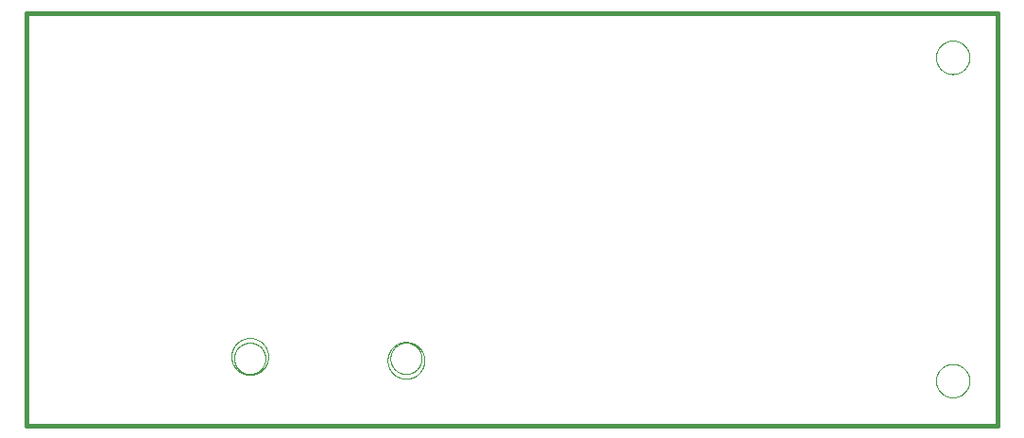
<source format=gbp>
G75*
%MOIN*%
%OFA0B0*%
%FSLAX25Y25*%
%IPPOS*%
%LPD*%
%AMOC8*
5,1,8,0,0,1.08239X$1,22.5*
%
%ADD10C,0.01600*%
%ADD11C,0.00000*%
D10*
X0001800Y0002252D02*
X0001800Y0147921D01*
X0344320Y0147921D01*
X0344320Y0002252D01*
X0001800Y0002252D01*
D11*
X0075028Y0025874D02*
X0075030Y0026022D01*
X0075036Y0026170D01*
X0075046Y0026318D01*
X0075060Y0026465D01*
X0075078Y0026612D01*
X0075099Y0026758D01*
X0075125Y0026904D01*
X0075155Y0027049D01*
X0075188Y0027193D01*
X0075226Y0027336D01*
X0075267Y0027478D01*
X0075312Y0027619D01*
X0075360Y0027759D01*
X0075413Y0027898D01*
X0075469Y0028035D01*
X0075529Y0028170D01*
X0075592Y0028304D01*
X0075659Y0028436D01*
X0075730Y0028566D01*
X0075804Y0028694D01*
X0075881Y0028820D01*
X0075962Y0028944D01*
X0076046Y0029066D01*
X0076133Y0029185D01*
X0076224Y0029302D01*
X0076318Y0029417D01*
X0076414Y0029529D01*
X0076514Y0029639D01*
X0076616Y0029745D01*
X0076722Y0029849D01*
X0076830Y0029950D01*
X0076941Y0030048D01*
X0077054Y0030144D01*
X0077170Y0030236D01*
X0077288Y0030325D01*
X0077409Y0030410D01*
X0077532Y0030493D01*
X0077657Y0030572D01*
X0077784Y0030648D01*
X0077913Y0030720D01*
X0078044Y0030789D01*
X0078177Y0030854D01*
X0078312Y0030915D01*
X0078448Y0030973D01*
X0078585Y0031028D01*
X0078724Y0031078D01*
X0078865Y0031125D01*
X0079006Y0031168D01*
X0079149Y0031208D01*
X0079293Y0031243D01*
X0079437Y0031275D01*
X0079583Y0031302D01*
X0079729Y0031326D01*
X0079876Y0031346D01*
X0080023Y0031362D01*
X0080170Y0031374D01*
X0080318Y0031382D01*
X0080466Y0031386D01*
X0080614Y0031386D01*
X0080762Y0031382D01*
X0080910Y0031374D01*
X0081057Y0031362D01*
X0081204Y0031346D01*
X0081351Y0031326D01*
X0081497Y0031302D01*
X0081643Y0031275D01*
X0081787Y0031243D01*
X0081931Y0031208D01*
X0082074Y0031168D01*
X0082215Y0031125D01*
X0082356Y0031078D01*
X0082495Y0031028D01*
X0082632Y0030973D01*
X0082768Y0030915D01*
X0082903Y0030854D01*
X0083036Y0030789D01*
X0083167Y0030720D01*
X0083296Y0030648D01*
X0083423Y0030572D01*
X0083548Y0030493D01*
X0083671Y0030410D01*
X0083792Y0030325D01*
X0083910Y0030236D01*
X0084026Y0030144D01*
X0084139Y0030048D01*
X0084250Y0029950D01*
X0084358Y0029849D01*
X0084464Y0029745D01*
X0084566Y0029639D01*
X0084666Y0029529D01*
X0084762Y0029417D01*
X0084856Y0029302D01*
X0084947Y0029185D01*
X0085034Y0029066D01*
X0085118Y0028944D01*
X0085199Y0028820D01*
X0085276Y0028694D01*
X0085350Y0028566D01*
X0085421Y0028436D01*
X0085488Y0028304D01*
X0085551Y0028170D01*
X0085611Y0028035D01*
X0085667Y0027898D01*
X0085720Y0027759D01*
X0085768Y0027619D01*
X0085813Y0027478D01*
X0085854Y0027336D01*
X0085892Y0027193D01*
X0085925Y0027049D01*
X0085955Y0026904D01*
X0085981Y0026758D01*
X0086002Y0026612D01*
X0086020Y0026465D01*
X0086034Y0026318D01*
X0086044Y0026170D01*
X0086050Y0026022D01*
X0086052Y0025874D01*
X0086050Y0025726D01*
X0086044Y0025578D01*
X0086034Y0025430D01*
X0086020Y0025283D01*
X0086002Y0025136D01*
X0085981Y0024990D01*
X0085955Y0024844D01*
X0085925Y0024699D01*
X0085892Y0024555D01*
X0085854Y0024412D01*
X0085813Y0024270D01*
X0085768Y0024129D01*
X0085720Y0023989D01*
X0085667Y0023850D01*
X0085611Y0023713D01*
X0085551Y0023578D01*
X0085488Y0023444D01*
X0085421Y0023312D01*
X0085350Y0023182D01*
X0085276Y0023054D01*
X0085199Y0022928D01*
X0085118Y0022804D01*
X0085034Y0022682D01*
X0084947Y0022563D01*
X0084856Y0022446D01*
X0084762Y0022331D01*
X0084666Y0022219D01*
X0084566Y0022109D01*
X0084464Y0022003D01*
X0084358Y0021899D01*
X0084250Y0021798D01*
X0084139Y0021700D01*
X0084026Y0021604D01*
X0083910Y0021512D01*
X0083792Y0021423D01*
X0083671Y0021338D01*
X0083548Y0021255D01*
X0083423Y0021176D01*
X0083296Y0021100D01*
X0083167Y0021028D01*
X0083036Y0020959D01*
X0082903Y0020894D01*
X0082768Y0020833D01*
X0082632Y0020775D01*
X0082495Y0020720D01*
X0082356Y0020670D01*
X0082215Y0020623D01*
X0082074Y0020580D01*
X0081931Y0020540D01*
X0081787Y0020505D01*
X0081643Y0020473D01*
X0081497Y0020446D01*
X0081351Y0020422D01*
X0081204Y0020402D01*
X0081057Y0020386D01*
X0080910Y0020374D01*
X0080762Y0020366D01*
X0080614Y0020362D01*
X0080466Y0020362D01*
X0080318Y0020366D01*
X0080170Y0020374D01*
X0080023Y0020386D01*
X0079876Y0020402D01*
X0079729Y0020422D01*
X0079583Y0020446D01*
X0079437Y0020473D01*
X0079293Y0020505D01*
X0079149Y0020540D01*
X0079006Y0020580D01*
X0078865Y0020623D01*
X0078724Y0020670D01*
X0078585Y0020720D01*
X0078448Y0020775D01*
X0078312Y0020833D01*
X0078177Y0020894D01*
X0078044Y0020959D01*
X0077913Y0021028D01*
X0077784Y0021100D01*
X0077657Y0021176D01*
X0077532Y0021255D01*
X0077409Y0021338D01*
X0077288Y0021423D01*
X0077170Y0021512D01*
X0077054Y0021604D01*
X0076941Y0021700D01*
X0076830Y0021798D01*
X0076722Y0021899D01*
X0076616Y0022003D01*
X0076514Y0022109D01*
X0076414Y0022219D01*
X0076318Y0022331D01*
X0076224Y0022446D01*
X0076133Y0022563D01*
X0076046Y0022682D01*
X0075962Y0022804D01*
X0075881Y0022928D01*
X0075804Y0023054D01*
X0075730Y0023182D01*
X0075659Y0023312D01*
X0075592Y0023444D01*
X0075529Y0023578D01*
X0075469Y0023713D01*
X0075413Y0023850D01*
X0075360Y0023989D01*
X0075312Y0024129D01*
X0075267Y0024270D01*
X0075226Y0024412D01*
X0075188Y0024555D01*
X0075155Y0024699D01*
X0075125Y0024844D01*
X0075099Y0024990D01*
X0075078Y0025136D01*
X0075060Y0025283D01*
X0075046Y0025430D01*
X0075036Y0025578D01*
X0075030Y0025726D01*
X0075028Y0025874D01*
X0074040Y0026559D02*
X0074042Y0026720D01*
X0074048Y0026880D01*
X0074058Y0027041D01*
X0074072Y0027201D01*
X0074090Y0027361D01*
X0074111Y0027520D01*
X0074137Y0027679D01*
X0074167Y0027837D01*
X0074200Y0027994D01*
X0074238Y0028151D01*
X0074279Y0028306D01*
X0074324Y0028460D01*
X0074373Y0028613D01*
X0074426Y0028765D01*
X0074482Y0028916D01*
X0074543Y0029065D01*
X0074606Y0029213D01*
X0074674Y0029359D01*
X0074745Y0029503D01*
X0074819Y0029645D01*
X0074897Y0029786D01*
X0074979Y0029924D01*
X0075064Y0030061D01*
X0075152Y0030195D01*
X0075244Y0030327D01*
X0075339Y0030457D01*
X0075437Y0030585D01*
X0075538Y0030710D01*
X0075642Y0030832D01*
X0075749Y0030952D01*
X0075859Y0031069D01*
X0075972Y0031184D01*
X0076088Y0031295D01*
X0076207Y0031404D01*
X0076328Y0031509D01*
X0076452Y0031612D01*
X0076578Y0031712D01*
X0076706Y0031808D01*
X0076837Y0031901D01*
X0076971Y0031991D01*
X0077106Y0032078D01*
X0077244Y0032161D01*
X0077383Y0032241D01*
X0077525Y0032317D01*
X0077668Y0032390D01*
X0077813Y0032459D01*
X0077960Y0032525D01*
X0078108Y0032587D01*
X0078258Y0032645D01*
X0078409Y0032700D01*
X0078562Y0032751D01*
X0078716Y0032798D01*
X0078871Y0032841D01*
X0079027Y0032880D01*
X0079183Y0032916D01*
X0079341Y0032947D01*
X0079499Y0032975D01*
X0079658Y0032999D01*
X0079818Y0033019D01*
X0079978Y0033035D01*
X0080138Y0033047D01*
X0080299Y0033055D01*
X0080460Y0033059D01*
X0080620Y0033059D01*
X0080781Y0033055D01*
X0080942Y0033047D01*
X0081102Y0033035D01*
X0081262Y0033019D01*
X0081422Y0032999D01*
X0081581Y0032975D01*
X0081739Y0032947D01*
X0081897Y0032916D01*
X0082053Y0032880D01*
X0082209Y0032841D01*
X0082364Y0032798D01*
X0082518Y0032751D01*
X0082671Y0032700D01*
X0082822Y0032645D01*
X0082972Y0032587D01*
X0083120Y0032525D01*
X0083267Y0032459D01*
X0083412Y0032390D01*
X0083555Y0032317D01*
X0083697Y0032241D01*
X0083836Y0032161D01*
X0083974Y0032078D01*
X0084109Y0031991D01*
X0084243Y0031901D01*
X0084374Y0031808D01*
X0084502Y0031712D01*
X0084628Y0031612D01*
X0084752Y0031509D01*
X0084873Y0031404D01*
X0084992Y0031295D01*
X0085108Y0031184D01*
X0085221Y0031069D01*
X0085331Y0030952D01*
X0085438Y0030832D01*
X0085542Y0030710D01*
X0085643Y0030585D01*
X0085741Y0030457D01*
X0085836Y0030327D01*
X0085928Y0030195D01*
X0086016Y0030061D01*
X0086101Y0029924D01*
X0086183Y0029786D01*
X0086261Y0029645D01*
X0086335Y0029503D01*
X0086406Y0029359D01*
X0086474Y0029213D01*
X0086537Y0029065D01*
X0086598Y0028916D01*
X0086654Y0028765D01*
X0086707Y0028613D01*
X0086756Y0028460D01*
X0086801Y0028306D01*
X0086842Y0028151D01*
X0086880Y0027994D01*
X0086913Y0027837D01*
X0086943Y0027679D01*
X0086969Y0027520D01*
X0086990Y0027361D01*
X0087008Y0027201D01*
X0087022Y0027041D01*
X0087032Y0026880D01*
X0087038Y0026720D01*
X0087040Y0026559D01*
X0087038Y0026398D01*
X0087032Y0026238D01*
X0087022Y0026077D01*
X0087008Y0025917D01*
X0086990Y0025757D01*
X0086969Y0025598D01*
X0086943Y0025439D01*
X0086913Y0025281D01*
X0086880Y0025124D01*
X0086842Y0024967D01*
X0086801Y0024812D01*
X0086756Y0024658D01*
X0086707Y0024505D01*
X0086654Y0024353D01*
X0086598Y0024202D01*
X0086537Y0024053D01*
X0086474Y0023905D01*
X0086406Y0023759D01*
X0086335Y0023615D01*
X0086261Y0023473D01*
X0086183Y0023332D01*
X0086101Y0023194D01*
X0086016Y0023057D01*
X0085928Y0022923D01*
X0085836Y0022791D01*
X0085741Y0022661D01*
X0085643Y0022533D01*
X0085542Y0022408D01*
X0085438Y0022286D01*
X0085331Y0022166D01*
X0085221Y0022049D01*
X0085108Y0021934D01*
X0084992Y0021823D01*
X0084873Y0021714D01*
X0084752Y0021609D01*
X0084628Y0021506D01*
X0084502Y0021406D01*
X0084374Y0021310D01*
X0084243Y0021217D01*
X0084109Y0021127D01*
X0083974Y0021040D01*
X0083836Y0020957D01*
X0083697Y0020877D01*
X0083555Y0020801D01*
X0083412Y0020728D01*
X0083267Y0020659D01*
X0083120Y0020593D01*
X0082972Y0020531D01*
X0082822Y0020473D01*
X0082671Y0020418D01*
X0082518Y0020367D01*
X0082364Y0020320D01*
X0082209Y0020277D01*
X0082053Y0020238D01*
X0081897Y0020202D01*
X0081739Y0020171D01*
X0081581Y0020143D01*
X0081422Y0020119D01*
X0081262Y0020099D01*
X0081102Y0020083D01*
X0080942Y0020071D01*
X0080781Y0020063D01*
X0080620Y0020059D01*
X0080460Y0020059D01*
X0080299Y0020063D01*
X0080138Y0020071D01*
X0079978Y0020083D01*
X0079818Y0020099D01*
X0079658Y0020119D01*
X0079499Y0020143D01*
X0079341Y0020171D01*
X0079183Y0020202D01*
X0079027Y0020238D01*
X0078871Y0020277D01*
X0078716Y0020320D01*
X0078562Y0020367D01*
X0078409Y0020418D01*
X0078258Y0020473D01*
X0078108Y0020531D01*
X0077960Y0020593D01*
X0077813Y0020659D01*
X0077668Y0020728D01*
X0077525Y0020801D01*
X0077383Y0020877D01*
X0077244Y0020957D01*
X0077106Y0021040D01*
X0076971Y0021127D01*
X0076837Y0021217D01*
X0076706Y0021310D01*
X0076578Y0021406D01*
X0076452Y0021506D01*
X0076328Y0021609D01*
X0076207Y0021714D01*
X0076088Y0021823D01*
X0075972Y0021934D01*
X0075859Y0022049D01*
X0075749Y0022166D01*
X0075642Y0022286D01*
X0075538Y0022408D01*
X0075437Y0022533D01*
X0075339Y0022661D01*
X0075244Y0022791D01*
X0075152Y0022923D01*
X0075064Y0023057D01*
X0074979Y0023194D01*
X0074897Y0023332D01*
X0074819Y0023473D01*
X0074745Y0023615D01*
X0074674Y0023759D01*
X0074606Y0023905D01*
X0074543Y0024053D01*
X0074482Y0024202D01*
X0074426Y0024353D01*
X0074373Y0024505D01*
X0074324Y0024658D01*
X0074279Y0024812D01*
X0074238Y0024967D01*
X0074200Y0025124D01*
X0074167Y0025281D01*
X0074137Y0025439D01*
X0074111Y0025598D01*
X0074090Y0025757D01*
X0074072Y0025917D01*
X0074058Y0026077D01*
X0074048Y0026238D01*
X0074042Y0026398D01*
X0074040Y0026559D01*
X0130146Y0025874D02*
X0130148Y0026022D01*
X0130154Y0026170D01*
X0130164Y0026318D01*
X0130178Y0026465D01*
X0130196Y0026612D01*
X0130217Y0026758D01*
X0130243Y0026904D01*
X0130273Y0027049D01*
X0130306Y0027193D01*
X0130344Y0027336D01*
X0130385Y0027478D01*
X0130430Y0027619D01*
X0130478Y0027759D01*
X0130531Y0027898D01*
X0130587Y0028035D01*
X0130647Y0028170D01*
X0130710Y0028304D01*
X0130777Y0028436D01*
X0130848Y0028566D01*
X0130922Y0028694D01*
X0130999Y0028820D01*
X0131080Y0028944D01*
X0131164Y0029066D01*
X0131251Y0029185D01*
X0131342Y0029302D01*
X0131436Y0029417D01*
X0131532Y0029529D01*
X0131632Y0029639D01*
X0131734Y0029745D01*
X0131840Y0029849D01*
X0131948Y0029950D01*
X0132059Y0030048D01*
X0132172Y0030144D01*
X0132288Y0030236D01*
X0132406Y0030325D01*
X0132527Y0030410D01*
X0132650Y0030493D01*
X0132775Y0030572D01*
X0132902Y0030648D01*
X0133031Y0030720D01*
X0133162Y0030789D01*
X0133295Y0030854D01*
X0133430Y0030915D01*
X0133566Y0030973D01*
X0133703Y0031028D01*
X0133842Y0031078D01*
X0133983Y0031125D01*
X0134124Y0031168D01*
X0134267Y0031208D01*
X0134411Y0031243D01*
X0134555Y0031275D01*
X0134701Y0031302D01*
X0134847Y0031326D01*
X0134994Y0031346D01*
X0135141Y0031362D01*
X0135288Y0031374D01*
X0135436Y0031382D01*
X0135584Y0031386D01*
X0135732Y0031386D01*
X0135880Y0031382D01*
X0136028Y0031374D01*
X0136175Y0031362D01*
X0136322Y0031346D01*
X0136469Y0031326D01*
X0136615Y0031302D01*
X0136761Y0031275D01*
X0136905Y0031243D01*
X0137049Y0031208D01*
X0137192Y0031168D01*
X0137333Y0031125D01*
X0137474Y0031078D01*
X0137613Y0031028D01*
X0137750Y0030973D01*
X0137886Y0030915D01*
X0138021Y0030854D01*
X0138154Y0030789D01*
X0138285Y0030720D01*
X0138414Y0030648D01*
X0138541Y0030572D01*
X0138666Y0030493D01*
X0138789Y0030410D01*
X0138910Y0030325D01*
X0139028Y0030236D01*
X0139144Y0030144D01*
X0139257Y0030048D01*
X0139368Y0029950D01*
X0139476Y0029849D01*
X0139582Y0029745D01*
X0139684Y0029639D01*
X0139784Y0029529D01*
X0139880Y0029417D01*
X0139974Y0029302D01*
X0140065Y0029185D01*
X0140152Y0029066D01*
X0140236Y0028944D01*
X0140317Y0028820D01*
X0140394Y0028694D01*
X0140468Y0028566D01*
X0140539Y0028436D01*
X0140606Y0028304D01*
X0140669Y0028170D01*
X0140729Y0028035D01*
X0140785Y0027898D01*
X0140838Y0027759D01*
X0140886Y0027619D01*
X0140931Y0027478D01*
X0140972Y0027336D01*
X0141010Y0027193D01*
X0141043Y0027049D01*
X0141073Y0026904D01*
X0141099Y0026758D01*
X0141120Y0026612D01*
X0141138Y0026465D01*
X0141152Y0026318D01*
X0141162Y0026170D01*
X0141168Y0026022D01*
X0141170Y0025874D01*
X0141168Y0025726D01*
X0141162Y0025578D01*
X0141152Y0025430D01*
X0141138Y0025283D01*
X0141120Y0025136D01*
X0141099Y0024990D01*
X0141073Y0024844D01*
X0141043Y0024699D01*
X0141010Y0024555D01*
X0140972Y0024412D01*
X0140931Y0024270D01*
X0140886Y0024129D01*
X0140838Y0023989D01*
X0140785Y0023850D01*
X0140729Y0023713D01*
X0140669Y0023578D01*
X0140606Y0023444D01*
X0140539Y0023312D01*
X0140468Y0023182D01*
X0140394Y0023054D01*
X0140317Y0022928D01*
X0140236Y0022804D01*
X0140152Y0022682D01*
X0140065Y0022563D01*
X0139974Y0022446D01*
X0139880Y0022331D01*
X0139784Y0022219D01*
X0139684Y0022109D01*
X0139582Y0022003D01*
X0139476Y0021899D01*
X0139368Y0021798D01*
X0139257Y0021700D01*
X0139144Y0021604D01*
X0139028Y0021512D01*
X0138910Y0021423D01*
X0138789Y0021338D01*
X0138666Y0021255D01*
X0138541Y0021176D01*
X0138414Y0021100D01*
X0138285Y0021028D01*
X0138154Y0020959D01*
X0138021Y0020894D01*
X0137886Y0020833D01*
X0137750Y0020775D01*
X0137613Y0020720D01*
X0137474Y0020670D01*
X0137333Y0020623D01*
X0137192Y0020580D01*
X0137049Y0020540D01*
X0136905Y0020505D01*
X0136761Y0020473D01*
X0136615Y0020446D01*
X0136469Y0020422D01*
X0136322Y0020402D01*
X0136175Y0020386D01*
X0136028Y0020374D01*
X0135880Y0020366D01*
X0135732Y0020362D01*
X0135584Y0020362D01*
X0135436Y0020366D01*
X0135288Y0020374D01*
X0135141Y0020386D01*
X0134994Y0020402D01*
X0134847Y0020422D01*
X0134701Y0020446D01*
X0134555Y0020473D01*
X0134411Y0020505D01*
X0134267Y0020540D01*
X0134124Y0020580D01*
X0133983Y0020623D01*
X0133842Y0020670D01*
X0133703Y0020720D01*
X0133566Y0020775D01*
X0133430Y0020833D01*
X0133295Y0020894D01*
X0133162Y0020959D01*
X0133031Y0021028D01*
X0132902Y0021100D01*
X0132775Y0021176D01*
X0132650Y0021255D01*
X0132527Y0021338D01*
X0132406Y0021423D01*
X0132288Y0021512D01*
X0132172Y0021604D01*
X0132059Y0021700D01*
X0131948Y0021798D01*
X0131840Y0021899D01*
X0131734Y0022003D01*
X0131632Y0022109D01*
X0131532Y0022219D01*
X0131436Y0022331D01*
X0131342Y0022446D01*
X0131251Y0022563D01*
X0131164Y0022682D01*
X0131080Y0022804D01*
X0130999Y0022928D01*
X0130922Y0023054D01*
X0130848Y0023182D01*
X0130777Y0023312D01*
X0130710Y0023444D01*
X0130647Y0023578D01*
X0130587Y0023713D01*
X0130531Y0023850D01*
X0130478Y0023989D01*
X0130430Y0024129D01*
X0130385Y0024270D01*
X0130344Y0024412D01*
X0130306Y0024555D01*
X0130273Y0024699D01*
X0130243Y0024844D01*
X0130217Y0024990D01*
X0130196Y0025136D01*
X0130178Y0025283D01*
X0130164Y0025430D01*
X0130154Y0025578D01*
X0130148Y0025726D01*
X0130146Y0025874D01*
X0129158Y0025181D02*
X0129160Y0025342D01*
X0129166Y0025502D01*
X0129176Y0025663D01*
X0129190Y0025823D01*
X0129208Y0025983D01*
X0129229Y0026142D01*
X0129255Y0026301D01*
X0129285Y0026459D01*
X0129318Y0026616D01*
X0129356Y0026773D01*
X0129397Y0026928D01*
X0129442Y0027082D01*
X0129491Y0027235D01*
X0129544Y0027387D01*
X0129600Y0027538D01*
X0129661Y0027687D01*
X0129724Y0027835D01*
X0129792Y0027981D01*
X0129863Y0028125D01*
X0129937Y0028267D01*
X0130015Y0028408D01*
X0130097Y0028546D01*
X0130182Y0028683D01*
X0130270Y0028817D01*
X0130362Y0028949D01*
X0130457Y0029079D01*
X0130555Y0029207D01*
X0130656Y0029332D01*
X0130760Y0029454D01*
X0130867Y0029574D01*
X0130977Y0029691D01*
X0131090Y0029806D01*
X0131206Y0029917D01*
X0131325Y0030026D01*
X0131446Y0030131D01*
X0131570Y0030234D01*
X0131696Y0030334D01*
X0131824Y0030430D01*
X0131955Y0030523D01*
X0132089Y0030613D01*
X0132224Y0030700D01*
X0132362Y0030783D01*
X0132501Y0030863D01*
X0132643Y0030939D01*
X0132786Y0031012D01*
X0132931Y0031081D01*
X0133078Y0031147D01*
X0133226Y0031209D01*
X0133376Y0031267D01*
X0133527Y0031322D01*
X0133680Y0031373D01*
X0133834Y0031420D01*
X0133989Y0031463D01*
X0134145Y0031502D01*
X0134301Y0031538D01*
X0134459Y0031569D01*
X0134617Y0031597D01*
X0134776Y0031621D01*
X0134936Y0031641D01*
X0135096Y0031657D01*
X0135256Y0031669D01*
X0135417Y0031677D01*
X0135578Y0031681D01*
X0135738Y0031681D01*
X0135899Y0031677D01*
X0136060Y0031669D01*
X0136220Y0031657D01*
X0136380Y0031641D01*
X0136540Y0031621D01*
X0136699Y0031597D01*
X0136857Y0031569D01*
X0137015Y0031538D01*
X0137171Y0031502D01*
X0137327Y0031463D01*
X0137482Y0031420D01*
X0137636Y0031373D01*
X0137789Y0031322D01*
X0137940Y0031267D01*
X0138090Y0031209D01*
X0138238Y0031147D01*
X0138385Y0031081D01*
X0138530Y0031012D01*
X0138673Y0030939D01*
X0138815Y0030863D01*
X0138954Y0030783D01*
X0139092Y0030700D01*
X0139227Y0030613D01*
X0139361Y0030523D01*
X0139492Y0030430D01*
X0139620Y0030334D01*
X0139746Y0030234D01*
X0139870Y0030131D01*
X0139991Y0030026D01*
X0140110Y0029917D01*
X0140226Y0029806D01*
X0140339Y0029691D01*
X0140449Y0029574D01*
X0140556Y0029454D01*
X0140660Y0029332D01*
X0140761Y0029207D01*
X0140859Y0029079D01*
X0140954Y0028949D01*
X0141046Y0028817D01*
X0141134Y0028683D01*
X0141219Y0028546D01*
X0141301Y0028408D01*
X0141379Y0028267D01*
X0141453Y0028125D01*
X0141524Y0027981D01*
X0141592Y0027835D01*
X0141655Y0027687D01*
X0141716Y0027538D01*
X0141772Y0027387D01*
X0141825Y0027235D01*
X0141874Y0027082D01*
X0141919Y0026928D01*
X0141960Y0026773D01*
X0141998Y0026616D01*
X0142031Y0026459D01*
X0142061Y0026301D01*
X0142087Y0026142D01*
X0142108Y0025983D01*
X0142126Y0025823D01*
X0142140Y0025663D01*
X0142150Y0025502D01*
X0142156Y0025342D01*
X0142158Y0025181D01*
X0142156Y0025020D01*
X0142150Y0024860D01*
X0142140Y0024699D01*
X0142126Y0024539D01*
X0142108Y0024379D01*
X0142087Y0024220D01*
X0142061Y0024061D01*
X0142031Y0023903D01*
X0141998Y0023746D01*
X0141960Y0023589D01*
X0141919Y0023434D01*
X0141874Y0023280D01*
X0141825Y0023127D01*
X0141772Y0022975D01*
X0141716Y0022824D01*
X0141655Y0022675D01*
X0141592Y0022527D01*
X0141524Y0022381D01*
X0141453Y0022237D01*
X0141379Y0022095D01*
X0141301Y0021954D01*
X0141219Y0021816D01*
X0141134Y0021679D01*
X0141046Y0021545D01*
X0140954Y0021413D01*
X0140859Y0021283D01*
X0140761Y0021155D01*
X0140660Y0021030D01*
X0140556Y0020908D01*
X0140449Y0020788D01*
X0140339Y0020671D01*
X0140226Y0020556D01*
X0140110Y0020445D01*
X0139991Y0020336D01*
X0139870Y0020231D01*
X0139746Y0020128D01*
X0139620Y0020028D01*
X0139492Y0019932D01*
X0139361Y0019839D01*
X0139227Y0019749D01*
X0139092Y0019662D01*
X0138954Y0019579D01*
X0138815Y0019499D01*
X0138673Y0019423D01*
X0138530Y0019350D01*
X0138385Y0019281D01*
X0138238Y0019215D01*
X0138090Y0019153D01*
X0137940Y0019095D01*
X0137789Y0019040D01*
X0137636Y0018989D01*
X0137482Y0018942D01*
X0137327Y0018899D01*
X0137171Y0018860D01*
X0137015Y0018824D01*
X0136857Y0018793D01*
X0136699Y0018765D01*
X0136540Y0018741D01*
X0136380Y0018721D01*
X0136220Y0018705D01*
X0136060Y0018693D01*
X0135899Y0018685D01*
X0135738Y0018681D01*
X0135578Y0018681D01*
X0135417Y0018685D01*
X0135256Y0018693D01*
X0135096Y0018705D01*
X0134936Y0018721D01*
X0134776Y0018741D01*
X0134617Y0018765D01*
X0134459Y0018793D01*
X0134301Y0018824D01*
X0134145Y0018860D01*
X0133989Y0018899D01*
X0133834Y0018942D01*
X0133680Y0018989D01*
X0133527Y0019040D01*
X0133376Y0019095D01*
X0133226Y0019153D01*
X0133078Y0019215D01*
X0132931Y0019281D01*
X0132786Y0019350D01*
X0132643Y0019423D01*
X0132501Y0019499D01*
X0132362Y0019579D01*
X0132224Y0019662D01*
X0132089Y0019749D01*
X0131955Y0019839D01*
X0131824Y0019932D01*
X0131696Y0020028D01*
X0131570Y0020128D01*
X0131446Y0020231D01*
X0131325Y0020336D01*
X0131206Y0020445D01*
X0131090Y0020556D01*
X0130977Y0020671D01*
X0130867Y0020788D01*
X0130760Y0020908D01*
X0130656Y0021030D01*
X0130555Y0021155D01*
X0130457Y0021283D01*
X0130362Y0021413D01*
X0130270Y0021545D01*
X0130182Y0021679D01*
X0130097Y0021816D01*
X0130015Y0021954D01*
X0129937Y0022095D01*
X0129863Y0022237D01*
X0129792Y0022381D01*
X0129724Y0022527D01*
X0129661Y0022675D01*
X0129600Y0022824D01*
X0129544Y0022975D01*
X0129491Y0023127D01*
X0129442Y0023280D01*
X0129397Y0023434D01*
X0129356Y0023589D01*
X0129318Y0023746D01*
X0129285Y0023903D01*
X0129255Y0024061D01*
X0129229Y0024220D01*
X0129208Y0024379D01*
X0129190Y0024539D01*
X0129176Y0024699D01*
X0129166Y0024860D01*
X0129160Y0025020D01*
X0129158Y0025181D01*
X0322666Y0018000D02*
X0322668Y0018153D01*
X0322674Y0018307D01*
X0322684Y0018460D01*
X0322698Y0018612D01*
X0322716Y0018765D01*
X0322738Y0018916D01*
X0322763Y0019067D01*
X0322793Y0019218D01*
X0322827Y0019368D01*
X0322864Y0019516D01*
X0322905Y0019664D01*
X0322950Y0019810D01*
X0322999Y0019956D01*
X0323052Y0020100D01*
X0323108Y0020242D01*
X0323168Y0020383D01*
X0323232Y0020523D01*
X0323299Y0020661D01*
X0323370Y0020797D01*
X0323445Y0020931D01*
X0323522Y0021063D01*
X0323604Y0021193D01*
X0323688Y0021321D01*
X0323776Y0021447D01*
X0323867Y0021570D01*
X0323961Y0021691D01*
X0324059Y0021809D01*
X0324159Y0021925D01*
X0324263Y0022038D01*
X0324369Y0022149D01*
X0324478Y0022257D01*
X0324590Y0022362D01*
X0324704Y0022463D01*
X0324822Y0022562D01*
X0324941Y0022658D01*
X0325063Y0022751D01*
X0325188Y0022840D01*
X0325315Y0022927D01*
X0325444Y0023009D01*
X0325575Y0023089D01*
X0325708Y0023165D01*
X0325843Y0023238D01*
X0325980Y0023307D01*
X0326119Y0023372D01*
X0326259Y0023434D01*
X0326401Y0023492D01*
X0326544Y0023547D01*
X0326689Y0023598D01*
X0326835Y0023645D01*
X0326982Y0023688D01*
X0327130Y0023727D01*
X0327279Y0023763D01*
X0327429Y0023794D01*
X0327580Y0023822D01*
X0327731Y0023846D01*
X0327884Y0023866D01*
X0328036Y0023882D01*
X0328189Y0023894D01*
X0328342Y0023902D01*
X0328495Y0023906D01*
X0328649Y0023906D01*
X0328802Y0023902D01*
X0328955Y0023894D01*
X0329108Y0023882D01*
X0329260Y0023866D01*
X0329413Y0023846D01*
X0329564Y0023822D01*
X0329715Y0023794D01*
X0329865Y0023763D01*
X0330014Y0023727D01*
X0330162Y0023688D01*
X0330309Y0023645D01*
X0330455Y0023598D01*
X0330600Y0023547D01*
X0330743Y0023492D01*
X0330885Y0023434D01*
X0331025Y0023372D01*
X0331164Y0023307D01*
X0331301Y0023238D01*
X0331436Y0023165D01*
X0331569Y0023089D01*
X0331700Y0023009D01*
X0331829Y0022927D01*
X0331956Y0022840D01*
X0332081Y0022751D01*
X0332203Y0022658D01*
X0332322Y0022562D01*
X0332440Y0022463D01*
X0332554Y0022362D01*
X0332666Y0022257D01*
X0332775Y0022149D01*
X0332881Y0022038D01*
X0332985Y0021925D01*
X0333085Y0021809D01*
X0333183Y0021691D01*
X0333277Y0021570D01*
X0333368Y0021447D01*
X0333456Y0021321D01*
X0333540Y0021193D01*
X0333622Y0021063D01*
X0333699Y0020931D01*
X0333774Y0020797D01*
X0333845Y0020661D01*
X0333912Y0020523D01*
X0333976Y0020383D01*
X0334036Y0020242D01*
X0334092Y0020100D01*
X0334145Y0019956D01*
X0334194Y0019810D01*
X0334239Y0019664D01*
X0334280Y0019516D01*
X0334317Y0019368D01*
X0334351Y0019218D01*
X0334381Y0019067D01*
X0334406Y0018916D01*
X0334428Y0018765D01*
X0334446Y0018612D01*
X0334460Y0018460D01*
X0334470Y0018307D01*
X0334476Y0018153D01*
X0334478Y0018000D01*
X0334476Y0017847D01*
X0334470Y0017693D01*
X0334460Y0017540D01*
X0334446Y0017388D01*
X0334428Y0017235D01*
X0334406Y0017084D01*
X0334381Y0016933D01*
X0334351Y0016782D01*
X0334317Y0016632D01*
X0334280Y0016484D01*
X0334239Y0016336D01*
X0334194Y0016190D01*
X0334145Y0016044D01*
X0334092Y0015900D01*
X0334036Y0015758D01*
X0333976Y0015617D01*
X0333912Y0015477D01*
X0333845Y0015339D01*
X0333774Y0015203D01*
X0333699Y0015069D01*
X0333622Y0014937D01*
X0333540Y0014807D01*
X0333456Y0014679D01*
X0333368Y0014553D01*
X0333277Y0014430D01*
X0333183Y0014309D01*
X0333085Y0014191D01*
X0332985Y0014075D01*
X0332881Y0013962D01*
X0332775Y0013851D01*
X0332666Y0013743D01*
X0332554Y0013638D01*
X0332440Y0013537D01*
X0332322Y0013438D01*
X0332203Y0013342D01*
X0332081Y0013249D01*
X0331956Y0013160D01*
X0331829Y0013073D01*
X0331700Y0012991D01*
X0331569Y0012911D01*
X0331436Y0012835D01*
X0331301Y0012762D01*
X0331164Y0012693D01*
X0331025Y0012628D01*
X0330885Y0012566D01*
X0330743Y0012508D01*
X0330600Y0012453D01*
X0330455Y0012402D01*
X0330309Y0012355D01*
X0330162Y0012312D01*
X0330014Y0012273D01*
X0329865Y0012237D01*
X0329715Y0012206D01*
X0329564Y0012178D01*
X0329413Y0012154D01*
X0329260Y0012134D01*
X0329108Y0012118D01*
X0328955Y0012106D01*
X0328802Y0012098D01*
X0328649Y0012094D01*
X0328495Y0012094D01*
X0328342Y0012098D01*
X0328189Y0012106D01*
X0328036Y0012118D01*
X0327884Y0012134D01*
X0327731Y0012154D01*
X0327580Y0012178D01*
X0327429Y0012206D01*
X0327279Y0012237D01*
X0327130Y0012273D01*
X0326982Y0012312D01*
X0326835Y0012355D01*
X0326689Y0012402D01*
X0326544Y0012453D01*
X0326401Y0012508D01*
X0326259Y0012566D01*
X0326119Y0012628D01*
X0325980Y0012693D01*
X0325843Y0012762D01*
X0325708Y0012835D01*
X0325575Y0012911D01*
X0325444Y0012991D01*
X0325315Y0013073D01*
X0325188Y0013160D01*
X0325063Y0013249D01*
X0324941Y0013342D01*
X0324822Y0013438D01*
X0324704Y0013537D01*
X0324590Y0013638D01*
X0324478Y0013743D01*
X0324369Y0013851D01*
X0324263Y0013962D01*
X0324159Y0014075D01*
X0324059Y0014191D01*
X0323961Y0014309D01*
X0323867Y0014430D01*
X0323776Y0014553D01*
X0323688Y0014679D01*
X0323604Y0014807D01*
X0323522Y0014937D01*
X0323445Y0015069D01*
X0323370Y0015203D01*
X0323299Y0015339D01*
X0323232Y0015477D01*
X0323168Y0015617D01*
X0323108Y0015758D01*
X0323052Y0015900D01*
X0322999Y0016044D01*
X0322950Y0016190D01*
X0322905Y0016336D01*
X0322864Y0016484D01*
X0322827Y0016632D01*
X0322793Y0016782D01*
X0322763Y0016933D01*
X0322738Y0017084D01*
X0322716Y0017235D01*
X0322698Y0017388D01*
X0322684Y0017540D01*
X0322674Y0017693D01*
X0322668Y0017847D01*
X0322666Y0018000D01*
X0322666Y0132173D02*
X0322668Y0132326D01*
X0322674Y0132480D01*
X0322684Y0132633D01*
X0322698Y0132785D01*
X0322716Y0132938D01*
X0322738Y0133089D01*
X0322763Y0133240D01*
X0322793Y0133391D01*
X0322827Y0133541D01*
X0322864Y0133689D01*
X0322905Y0133837D01*
X0322950Y0133983D01*
X0322999Y0134129D01*
X0323052Y0134273D01*
X0323108Y0134415D01*
X0323168Y0134556D01*
X0323232Y0134696D01*
X0323299Y0134834D01*
X0323370Y0134970D01*
X0323445Y0135104D01*
X0323522Y0135236D01*
X0323604Y0135366D01*
X0323688Y0135494D01*
X0323776Y0135620D01*
X0323867Y0135743D01*
X0323961Y0135864D01*
X0324059Y0135982D01*
X0324159Y0136098D01*
X0324263Y0136211D01*
X0324369Y0136322D01*
X0324478Y0136430D01*
X0324590Y0136535D01*
X0324704Y0136636D01*
X0324822Y0136735D01*
X0324941Y0136831D01*
X0325063Y0136924D01*
X0325188Y0137013D01*
X0325315Y0137100D01*
X0325444Y0137182D01*
X0325575Y0137262D01*
X0325708Y0137338D01*
X0325843Y0137411D01*
X0325980Y0137480D01*
X0326119Y0137545D01*
X0326259Y0137607D01*
X0326401Y0137665D01*
X0326544Y0137720D01*
X0326689Y0137771D01*
X0326835Y0137818D01*
X0326982Y0137861D01*
X0327130Y0137900D01*
X0327279Y0137936D01*
X0327429Y0137967D01*
X0327580Y0137995D01*
X0327731Y0138019D01*
X0327884Y0138039D01*
X0328036Y0138055D01*
X0328189Y0138067D01*
X0328342Y0138075D01*
X0328495Y0138079D01*
X0328649Y0138079D01*
X0328802Y0138075D01*
X0328955Y0138067D01*
X0329108Y0138055D01*
X0329260Y0138039D01*
X0329413Y0138019D01*
X0329564Y0137995D01*
X0329715Y0137967D01*
X0329865Y0137936D01*
X0330014Y0137900D01*
X0330162Y0137861D01*
X0330309Y0137818D01*
X0330455Y0137771D01*
X0330600Y0137720D01*
X0330743Y0137665D01*
X0330885Y0137607D01*
X0331025Y0137545D01*
X0331164Y0137480D01*
X0331301Y0137411D01*
X0331436Y0137338D01*
X0331569Y0137262D01*
X0331700Y0137182D01*
X0331829Y0137100D01*
X0331956Y0137013D01*
X0332081Y0136924D01*
X0332203Y0136831D01*
X0332322Y0136735D01*
X0332440Y0136636D01*
X0332554Y0136535D01*
X0332666Y0136430D01*
X0332775Y0136322D01*
X0332881Y0136211D01*
X0332985Y0136098D01*
X0333085Y0135982D01*
X0333183Y0135864D01*
X0333277Y0135743D01*
X0333368Y0135620D01*
X0333456Y0135494D01*
X0333540Y0135366D01*
X0333622Y0135236D01*
X0333699Y0135104D01*
X0333774Y0134970D01*
X0333845Y0134834D01*
X0333912Y0134696D01*
X0333976Y0134556D01*
X0334036Y0134415D01*
X0334092Y0134273D01*
X0334145Y0134129D01*
X0334194Y0133983D01*
X0334239Y0133837D01*
X0334280Y0133689D01*
X0334317Y0133541D01*
X0334351Y0133391D01*
X0334381Y0133240D01*
X0334406Y0133089D01*
X0334428Y0132938D01*
X0334446Y0132785D01*
X0334460Y0132633D01*
X0334470Y0132480D01*
X0334476Y0132326D01*
X0334478Y0132173D01*
X0334476Y0132020D01*
X0334470Y0131866D01*
X0334460Y0131713D01*
X0334446Y0131561D01*
X0334428Y0131408D01*
X0334406Y0131257D01*
X0334381Y0131106D01*
X0334351Y0130955D01*
X0334317Y0130805D01*
X0334280Y0130657D01*
X0334239Y0130509D01*
X0334194Y0130363D01*
X0334145Y0130217D01*
X0334092Y0130073D01*
X0334036Y0129931D01*
X0333976Y0129790D01*
X0333912Y0129650D01*
X0333845Y0129512D01*
X0333774Y0129376D01*
X0333699Y0129242D01*
X0333622Y0129110D01*
X0333540Y0128980D01*
X0333456Y0128852D01*
X0333368Y0128726D01*
X0333277Y0128603D01*
X0333183Y0128482D01*
X0333085Y0128364D01*
X0332985Y0128248D01*
X0332881Y0128135D01*
X0332775Y0128024D01*
X0332666Y0127916D01*
X0332554Y0127811D01*
X0332440Y0127710D01*
X0332322Y0127611D01*
X0332203Y0127515D01*
X0332081Y0127422D01*
X0331956Y0127333D01*
X0331829Y0127246D01*
X0331700Y0127164D01*
X0331569Y0127084D01*
X0331436Y0127008D01*
X0331301Y0126935D01*
X0331164Y0126866D01*
X0331025Y0126801D01*
X0330885Y0126739D01*
X0330743Y0126681D01*
X0330600Y0126626D01*
X0330455Y0126575D01*
X0330309Y0126528D01*
X0330162Y0126485D01*
X0330014Y0126446D01*
X0329865Y0126410D01*
X0329715Y0126379D01*
X0329564Y0126351D01*
X0329413Y0126327D01*
X0329260Y0126307D01*
X0329108Y0126291D01*
X0328955Y0126279D01*
X0328802Y0126271D01*
X0328649Y0126267D01*
X0328495Y0126267D01*
X0328342Y0126271D01*
X0328189Y0126279D01*
X0328036Y0126291D01*
X0327884Y0126307D01*
X0327731Y0126327D01*
X0327580Y0126351D01*
X0327429Y0126379D01*
X0327279Y0126410D01*
X0327130Y0126446D01*
X0326982Y0126485D01*
X0326835Y0126528D01*
X0326689Y0126575D01*
X0326544Y0126626D01*
X0326401Y0126681D01*
X0326259Y0126739D01*
X0326119Y0126801D01*
X0325980Y0126866D01*
X0325843Y0126935D01*
X0325708Y0127008D01*
X0325575Y0127084D01*
X0325444Y0127164D01*
X0325315Y0127246D01*
X0325188Y0127333D01*
X0325063Y0127422D01*
X0324941Y0127515D01*
X0324822Y0127611D01*
X0324704Y0127710D01*
X0324590Y0127811D01*
X0324478Y0127916D01*
X0324369Y0128024D01*
X0324263Y0128135D01*
X0324159Y0128248D01*
X0324059Y0128364D01*
X0323961Y0128482D01*
X0323867Y0128603D01*
X0323776Y0128726D01*
X0323688Y0128852D01*
X0323604Y0128980D01*
X0323522Y0129110D01*
X0323445Y0129242D01*
X0323370Y0129376D01*
X0323299Y0129512D01*
X0323232Y0129650D01*
X0323168Y0129790D01*
X0323108Y0129931D01*
X0323052Y0130073D01*
X0322999Y0130217D01*
X0322950Y0130363D01*
X0322905Y0130509D01*
X0322864Y0130657D01*
X0322827Y0130805D01*
X0322793Y0130955D01*
X0322763Y0131106D01*
X0322738Y0131257D01*
X0322716Y0131408D01*
X0322698Y0131561D01*
X0322684Y0131713D01*
X0322674Y0131866D01*
X0322668Y0132020D01*
X0322666Y0132173D01*
M02*

</source>
